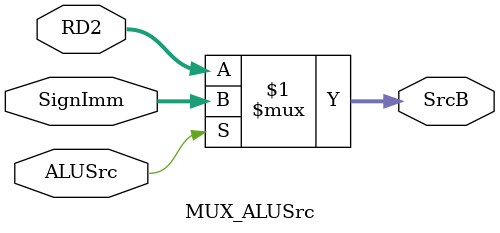
<source format=sv>
module MUX_ALUSrc(
input logic ALUSrc,
input logic[31:0]SignImm, RD2,
output logic[31:0] SrcB);

assign SrcB = ALUSrc ? SignImm : RD2;

endmodule

</source>
